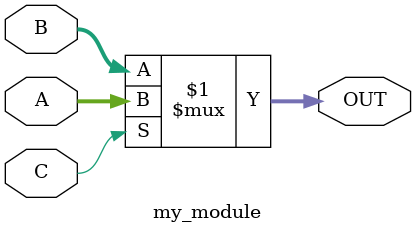
<source format=v>
`timescale 1ns / 1ps


module my_module(
    
    input [3:0] A,
    input [3:0] B,
    input C,
    output [3:0] OUT
    );
    
assign #3 OUT = C ? A : B;
endmodule

</source>
